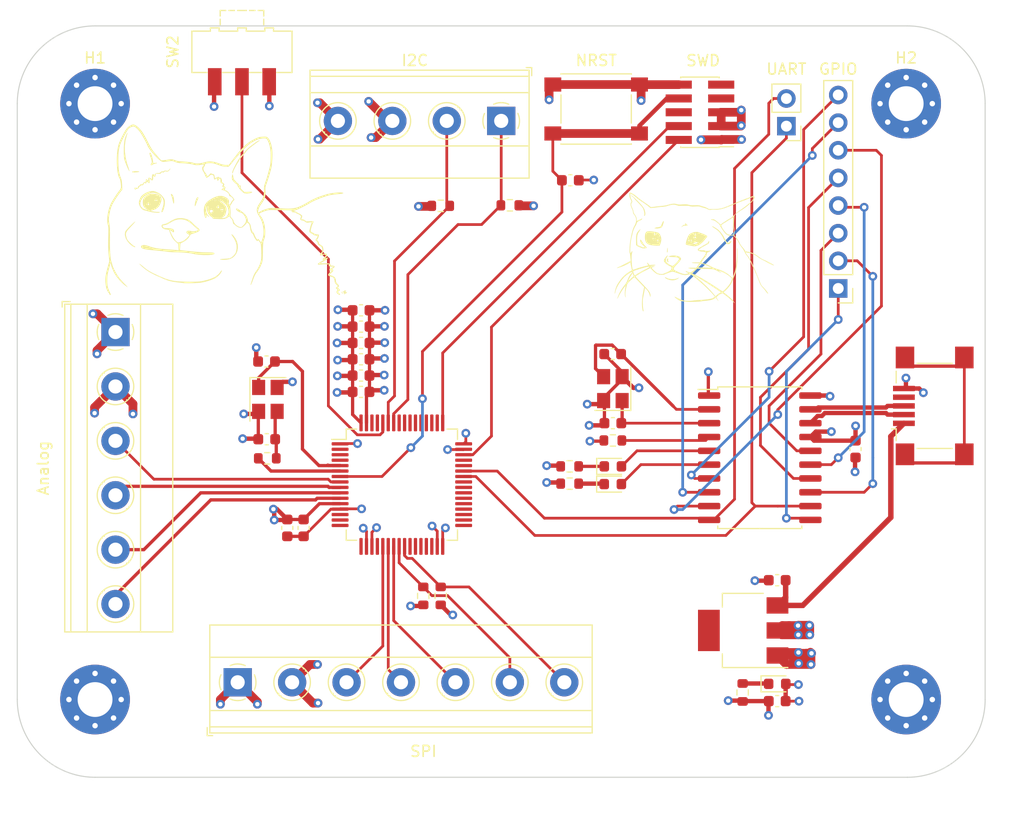
<source format=kicad_pcb>
(kicad_pcb (version 20221018) (generator pcbnew)
  (layers (0 "F.Cu" signal) (1 "In1.Cu" power) (2 "In2.Cu" power) (31 "B.Cu" signal) (34 "B.Paste" user) (35 "F.Paste" user) (36 "B.SilkS" user "B.Silkscreen") (37 "F.SilkS" user "F.Silkscreen") (38 "B.Mask" user) (39 "F.Mask" user) (44 "Edge.Cuts" user))
  (net 0 "")
  (net 1 "+3.3V")
  (net 2 "GND")
  (net 3 "NRST")
  (net 4 "HSE_IN")
  (net 5 "Net-(C11-Pad1)")
  (net 6 "Net-(U2-OSC2)")
  (net 7 "Net-(U2-OSC1)")
  (net 8 "+5V")
  (net 9 "Net-(D1-K)")
  (net 10 "Net-(D1-A)")
  (net 11 "Net-(D2-K)")
  (net 12 "Net-(D2-A)")
  (net 13 "USBD-")
  (net 14 "USBD+")
  (net 16 "unconnected-(J1-Shield-Pad6)")
  (net 17 "I2C1_SDA")
  (net 18 "I2C1_SCL")
  (net 19 "SWDIO")
  (net 20 "SWCLK")
  (net 24 "SPI1_CS2")
  (net 25 "SPI1_CS1")
  (net 26 "SPI1_MOSI")
  (net 27 "SPI1_MISO")
  (net 28 "SPI1_SCK")
  (net 29 "USART1_TX")
  (net 30 "USART1_RX")
  (net 31 "RTS")
  (net 32 "CTS")
  (net 33 "GP0")
  (net 34 "GP1")
  (net 35 "GP2")
  (net 36 "GP3")
  (net 37 "GP4")
  (net 38 "GP5")
  (net 39 "Lin_Pots4")
  (net 40 "Lin_Pots3")
  (net 41 "Lin_Pots2")
  (net 42 "Lin_Pots1")
  (net 43 "HSE_OUT")
  (net 44 "Net-(U2-RST)")
  (net 45 "Boot0")
  (net 80 "Net-(D3-K)")
  (footprint "Capacitor_SMD:C_0603_1608Metric" (layer "F.Cu") (at 165.05 109.68125 180)
    (fp_text reference "C15" hide)
    (fp_text value "10u" hide)
  )
  (footprint "Resistor_SMD:R_0603_1608Metric" (layer "F.Cu") (at 145.9875 100.80625)
    (fp_text reference "R3" hide)
    (fp_text value "2k2" hide)
  )
  (footprint "MountingHole:MountingHole_3.2mm_M3_Pad_Via" (layer "F.Cu") (at 102.39375 65.88125)
    (fp_text reference "H1")
    (fp_text value "MountingHole")
  )
  (footprint "Connector_PinHeader_2.54mm:PinHeader_1x02_P2.54mm_Vertical" (layer "F.Cu") (at 165.89375 67.95 180)
    (fp_text reference "UART")
    (fp_text value "UART" hide)
  )
  (footprint "MountingHole:MountingHole_3.2mm_M3_Pad_Via" (layer "F.Cu") (at 176.896694 120.65)
    (fp_text reference "H3" hide)
    (fp_text value "MountingHole" hide)
  )
  (footprint "Button_Switch_SMD:SW_SPST_PTS645" (layer "F.Cu") (at 148.42 66.375)
    (fp_text reference "NRST")
    (fp_text value "NRST" hide)
  )
  (footprint "Connector_PinHeader_2.54mm:PinHeader_1x08_P2.54mm_Vertical" (layer "F.Cu") (at 170.65625 82.8675 180)
    (fp_text reference "GPIO")
    (fp_text value "MCP2200 GPIO" hide)
  )
  (footprint "Package_QFP:LQFP-64_10x10mm_P0.5mm" (layer "F.Cu") (at 130.575 100.9)
    (fp_text reference "U1" hide)
    (fp_text value "STM32F030RCTx")
  )
  (footprint "Capacitor_SMD:C_0603_1608Metric" (layer "F.Cu") (at 149.9375 88.9 180)
    (fp_text reference "C14" hide)
    (fp_text value "6p" hide)
  )
  (footprint "Resistor_SMD:R_0603_1608Metric" (layer "F.Cu") (at 145.9875 99.21875)
    (fp_text reference "R7" hide)
    (fp_text value "2k2" hide)
  )
  (footprint "Capacitor_SMD:C_0603_1608Metric" (layer "F.Cu") (at 126.825 90.875)
    (fp_text reference "C2" hide)
    (fp_text value "100n" hide)
  )
  (footprint "TerminalBlock_Phoenix:TerminalBlock_Phoenix_MKDS-1,5-6_1x06_P5.00mm_Horizontal" (layer "F.Cu") (at 104.27 86.875 -90)
    (fp_text reference "Analog")
    (fp_text value "analog pins" hide)
  )
  (footprint "MountingHole:MountingHole_3.2mm_M3_Pad_Via" (layer "F.Cu") (at 102.39375 120.65)
    (fp_text reference "H4" hide)
    (fp_text value "MountingHole" hide)
  )
  (footprint "LOGO" (layer "F.Cu") (at 114.225 75.75)
    (fp_text reference "G***" hide)
    (fp_text value "LOGO" hide)
  )
  (footprint "LED_SMD:LED_0603_1608Metric" (layer "F.Cu") (at 149.95 100.85)
    (fp_text reference "D1" hide)
    (fp_text value "LED" hide)
  )
  (footprint "Capacitor_SMD:C_0603_1608Metric" (layer "F.Cu") (at 120.05 104.875 90)
    (fp_text reference "C8" hide)
    (fp_text value "1u" hide)
  )
  (footprint "MountingHole:MountingHole_3.2mm_M3_Pad_Via" (layer "F.Cu") (at 176.896694 65.88125)
    (fp_text reference "H2")
    (fp_text value "MountingHole")
  )
  (footprint "Connector_USB:USB_Mini-B_Lumberg_2486_01_Horizontal" (layer "F.Cu") (at 179.3875 93.6625 90)
    (fp_text reference "J1" hide)
    (fp_text value "USB_OTG")
  )
  (footprint "Resistor_SMD:R_0603_1608Metric" (layer "F.Cu") (at 132.540625 111.125 90)
    (fp_text reference "R2" hide)
    (fp_text value "10k" hide)
  )
  (footprint "Resistor_SMD:R_0603_1608Metric" (layer "F.Cu") (at 149.95625 96.8375 180)
    (fp_text reference "R8" hide)
    (fp_text value "4k7" hide)
  )
  (footprint "Capacitor_SMD:C_0603_1608Metric" (layer "F.Cu") (at 126.825 84.875)
    (fp_text reference "C1" hide)
    (fp_text value "4.7u" hide)
  )
  (footprint "Resistor_SMD:R_0603_1608Metric" (layer "F.Cu") (at 134.14375 111.125 90)
    (fp_text reference "R6" hide)
    (fp_text value "10k" hide)
  )
  (footprint "Package_TO_SOT_SMD:SOT-223" (layer "F.Cu") (at 161.925 114.3 180)
    (fp_text reference "U3" hide)
    (fp_text value "AZ1117-3.3" hide)
  )
  (footprint "Button_Switch_SMD:SW_SPDT_CK-JS102011SAQN" (layer "F.Cu") (at 115.8875 61.11875 180)
    (fp_text reference "SW2")
    (fp_text value "BOOT0" hide)
  )
  (footprint "Package_SO:SOIC-20W_7.5x12.8mm_P1.27mm" (layer "F.Cu") (at 163.45 98.425)
    (fp_text reference "U2" hide)
    (fp_text value "MCP2200T-I-SO")
  )
  (footprint "Connector_PinHeader_1.27mm:PinHeader_2x05_P1.27mm_Vertical_SMD" (layer "F.Cu") (at 157.95625 66.675 180)
    (fp_text reference "SWD")
    (fp_text value "SWD" hide)
  )
  (footprint "Crystal:Crystal_SMD_3225-4Pin_3.2x2.5mm" (layer "F.Cu") (at 149.95625 92.075 90)
    (fp_text reference "Y2" hide)
    (fp_text value "12MHz" hide)
  )
  (footprint "TerminalBlock_Phoenix:TerminalBlock_Phoenix_MKDS-1,5-7_1x07_P5.00mm_Horizontal" (layer "F.Cu") (at 115.49375 119.0625)
    (fp_text reference "SPI")
    (fp_text value "SPI" hide)
  )
  (footprint "LED_SMD:LED_0603_1608Metric" (layer "F.Cu") (at 149.95625 99.21875)
    (fp_text reference "D2" hide)
    (fp_text value "LED" hide)
  )
  (footprint "TerminalBlock_Phoenix:TerminalBlock_Phoenix_MKDS-1,5-4_1x04_P5.00mm_Horizontal" (layer "F.Cu") (at 139.7 67.46875 180)
    (fp_text reference "I2C")
    (fp_text value "I2C " hide)
  )
  (footprint "Resistor_SMD:R_0603_1608Metric" (layer "F.Cu") (at 161.875 120 90)
    (fp_text reference "R9" hide)
    (fp_text value "2k2" hide)
  )
  (footprint "LED_SMD:LED_0603_1608Metric" (layer "F.Cu") (at 165.05 119.20625)
    (fp_text reference "D3" hide)
    (fp_text value "LED" hide)
  )
  (footprint "Capacitor_SMD:C_0603_1608Metric" (layer "F.Cu") (at 121.55 104.875 90)
    (fp_text reference "C7" hide)
    (fp_text value "10n" hide)
  )
  (footprint "LOGO" (layer "F.Cu") (at 157.425 79.75)
    (fp_text reference "G***" hide)
    (fp_text value "LOGO" hide)
  )
  (footprint "Resistor_SMD:R_0603_1608Metric" (layer "F.Cu") (at 134.14375 75.275)
    (fp_text reference "R5" hide)
    (fp_text value "2k2" hide)
  )
  (footprint "Capacitor_SMD:C_0603_1608Metric" (layer "F.Cu") (at 146.05 72.925)
    (fp_text reference "C9" hide)
    (fp_text value ".1u" hide)
  )
  (footprint "Capacitor_SMD:C_0603_1608Metric" (layer "F.Cu") (at 118.14375 89.58125 180)
    (fp_text reference "C10" hide)
    (fp_text value "9p" hide)
  )
  (footprint "Capacitor_SMD:C_0603_1608Metric" (layer "F.Cu") (at 126.825 92.375)
    (fp_text reference "C3" hide)
    (fp_text value "100n" hide)
  )
  (footprint "Capacitor_SMD:C_0603_1608Metric" (layer "F.Cu") (at 126.825 86.375)
    (fp_text reference "C6" hide)
    (fp_text value "100n" hide)
  )
  (footprint "Capacitor_SMD:C_0603_1608Metric" (layer "F.Cu") (at 126.825 89.375)
    (fp_text reference "C4" hide)
    (fp_text value "100n" hide)
  )
  (footprint "Resistor_SMD:R_0603_1608Metric" (layer "F.Cu") (at 140.49375 75.225 180)
    (fp_text reference "R4" hide)
    (fp_text value "2k2" hide)
  )
  (footprint "Capacitor_SMD:C_0603_1608Metric" (layer "F.Cu") (at 172.24375 97.63125 -90)
    (fp_text reference "C12" hide)
    (fp_text value "100n" hide)
  )
  (footprint "Capacitor_SMD:C_0603_1608Metric" (layer "F.Cu") (at 149.95625 95.25 180)
    (fp_text reference "C13" hide)
    (fp_text value "6p" hide)
  )
  (footprint "Capacitor_SMD:C_0603_1608Metric" (layer "F.Cu") (at 118.1625 96.725 180)
    (fp_text reference "C11" hide)
    (fp_text value "9p" hide)
  )
  (footprint "Capacitor_SMD:C_0603_1608Metric" (layer "F.Cu") (at 165.05 120.79375 180)
    (fp_text reference "C16" hide)
    (fp_text value "22u" hide)
  )
  (footprint "Resistor_SMD:R_0603_1608Metric" (layer "F.Cu") (at 118.2125 98.48125)
    (fp_text reference "R1" hide)
    (fp_text value "47" hide)
  )
  (footprint "Crystal:Crystal_SMD_3225-4Pin_3.2x2.5mm" (layer "F.Cu") (at 118.26875 93.0625 -90)
    (fp_text reference "Y1" hide)
    (fp_text value "16MHz" hide)
  )
  (footprint "Capacitor_SMD:C_0603_1608Metric" (layer "F.Cu") (at 126.825 87.875)
    (fp_text reference "C5" hide)
    (fp_text value "100n" hide)
  )
  (gr_arc (start 177.00625 58.7375) (mid 182.057644 60.829856) (end 184.15 65.88125) (stroke (width 0.1)) (layer "Edge.Cuts"))
  (gr_arc (start 102.39375 127.79375) (mid 97.342356 125.701394) (end 95.25 120.65) (stroke (width 0.1)) (layer "Edge.Cuts"))
  (gr_line (start 95.25 120.65) (end 95.25 65.88125) (stroke (width 0.1)) (layer "Edge.Cuts"))
  (gr_line (start 102.39375 58.7375) (end 177.00625 58.7375) (stroke (width 0.1)) (layer "Edge.Cuts"))
  (gr_line (start 177.00625 127.79375) (end 102.39375 127.79375) (stroke (width 0.1)) (layer "Edge.Cuts"))
  (gr_line (start 184.15 65.88125) (end 184.15 120.65) (stroke (width 0.1)) (layer "Edge.Cuts"))
  (gr_arc (start 184.15 120.65) (mid 182.057644 125.701394) (end 177.00625 127.79375) (stroke (width 0.1)) (layer "Edge.Cuts"))
  (gr_arc (start 95.25 65.88125) (mid 97.342356 60.829856) (end 102.39375 58.7375) (stroke (width 0.1)) (layer "Edge.Cuts"))
  (segment (start 166.9875 114.7) (end 165.475 114.7) (width 0.8) (layer "F.Cu") (net 1))
  (segment (start 166.9875 114.7) (end 168.0375 114.7) (width 0.8) (layer "F.Cu") (net 1))
  (segment (start 126 84.825) (end 126.05 84.875) (width 0.4) (layer "F.Cu") (net 1))
  (segment (start 166.9875 113.875) (end 166.9625 113.85) (width 0.8) (layer "F.Cu") (net 1))
  (segment (start 124.65 90.9) (end 126.025 90.9) (width 0.4) (layer "F.Cu") (net 1))
  (segment (start 102.35 94.325) (end 102.35 93.795) (width 0.8) (layer "F.Cu") (net 1))
  (segment (start 118.4 66.1) (end 118.3875 66.0875) (width 0.25) (layer "F.Cu") (net 1))
  (segment (start 122.825 117.425) (end 122.13125 117.425) (width 0.8) (layer "F.Cu") (net 1))
  (segment (start 166.9875 114.6875) (end 166.15 113.85) (width 0.8) (layer "F.Cu") (net 1))
  (segment (start 172.24375 95.50625) (end 172.24375 96.85625) (width 0.4) (layer "F.Cu") (net 1))
  (segment (start 165.825 120.79375) (end 165.825 119.21875) (width 0.4) (layer "F.Cu") (net 1))
  (segment (start 166.9625 113.85) (end 166.15 113.85) (width 0.8) (layer "F.Cu") (net 1))
  (segment (start 161.775 69.175) (end 159.94625 69.175) (width 0.8) (layer "F.Cu") (net 1))
  (segment (start 135.06875 112.875) (end 134.14375 111.95) (width 0.4) (layer "F.Cu") (net 1))
  (segment (start 136.45 96.95) (end 136.25 97.15) (width 0.25) (layer "F.Cu") (net 1))
  (segment (start 132.440625 112.05) (end 132.540625 111.95) (width 0.4) (layer "F.Cu") (net 1))
  (segment (start 165.825 119.21875) (end 165.8375 119.20625) (width 0.4) (layer "F.Cu") (net 1))
  (segment (start 168.0375 114.7) (end 167.8125 114.7) (width 0.8) (layer "F.Cu") (net 1))
  (segment (start 124.925 103.125) (end 124.9 103.15) (width 0.25) (layer "F.Cu") (net 1))
  (segment (start 126.025 86.35) (end 126.05 86.375) (width 0.4) (layer "F.Cu") (net 1))
  (segment (start 129.7 67.46875) (end 129.31875 67.46875) (width 0.8) (layer "F.Cu") (net 1))
  (segment (start 172.25 95.5) (end 172.24375 95.50625) (width 0.4) (layer "F.Cu") (net 1))
  (segment (start 124.625 92.425) (end 126 92.425) (width 0.4) (layer "F.Cu") (net 1))
  (segment (start 134.575 104.875) (end 134.325 105.125) (width 0.25) (layer "F.Cu") (net 1))
  (segment (start 126 92.425) (end 126.05 92.375) (width 0.4) (layer "F.Cu") (net 1))
  (segment (start 131.375 112.05) (end 132.440625 112.05) (width 0.4) (layer "F.Cu") (net 1))
  (segment (start 118.4 63.88125) (end 118.3875 63.86875) (width 0.4) (layer "F.Cu") (net 1))
  (segment (start 124.059315 103.15) (end 124.9 103.15) (width 0.25) (layer "F.Cu") (net 1))
  (segment (start 168.0375 113.85) (end 168.0125 113.825) (width 0.8) (layer "F.Cu") (net 1))
  (segment (start 132.1 75.325) (end 133.26875 75.325) (width 0.8) (layer "F.Cu") (net 1))
  (segment (start 128.16875 69) (end 129.7 67.46875) (width 0.8) (layer "F.Cu") (net 1))
  (segment (start 168.43625 96.85625) (end 168.1 96.52) (width 0.4) (layer "F.Cu") (net 1))
  (segment (start 133.26875 75.325) (end 133.31875 75.275) (width 0.8) (layer "F.Cu") (net 1))
  (segment (start 165.475 114.7) (end 165.075 114.3) (width 0.8) (layer "F.Cu") (net 1))
  (segment (start 167 119.275) (end 165.90625 119.275) (width 0.25) (layer "F.Cu") (net 1))
  (segment (start 102.35 93.795) (end 104.27 91.875) (width 0.8) (layer "F.Cu") (net 1))
  (segment (start 166.15 113.85) (end 165.525 113.85) (width 0.8) (layer "F.Cu") (net 1))
  (segment (start 165.90625 119.275) (end 165.8375 119.20625) (width 0.25) (layer "F.Cu") (net 1))
  (segment (start 118.4 66.1) (end 118.4 63.88125) (width 0.4) (layer "F.Cu") (net 1))
  (segment (start 135.25 112.875) (end 135.06875 112.875) (width 0.4) (layer "F.Cu") (net 1))
  (segment (start 126.825 95.225) (end 126.05 94.45) (width 0.3) (layer "F.Cu") (net 1))
  (segment (start 126.5 97.125) (end 124.925 97.125) (width 0.25) (layer "F.Cu") (net 1))
  (segment (start 126.025 90.9) (end 126.05 90.875) (width 0.4) (layer "F.Cu") (net 1))
  (segment (start 168.595 96.025) (end 168.1 96.52) (width 0.4) (layer "F.Cu") (net 1))
  (segment (start 105.875 93.48) (end 104.27 91.875) (width 0.8) (layer "F.Cu") (net 1))
  (segment (start 166.9875 113.825) (end 166.9625 113.85) (width 0.8) (layer "F.Cu") (net 1))
  (segment (start 126.875 103.125) (end 124.925 103.125) (width 0.25) (layer "F.Cu") (net 1))
  (segment (start 122.13125 117.425) (end 120.49375 119.0625) (width 0.8) (layer "F.Cu") (net 1))
  (segment (start 165.525 113.85) (end 165.075 114.3) (width 0.8) (layer "F.Cu") (net 1))
  (segment (start 147.85 96.9) (end 149.06875 96.9) (width 0.3) (layer "F.Cu") (net 1))
  (segment (start 149.06875 96.9) (end 149.13125 96.8375) (width 0.3) (layer "F.Cu") (net 1))
  (segment (start 125.975 89.45) (end 126.05 89.375) (width 0.4) (layer "F.Cu") (net 1))
  (segment (start 168.0125 113.825) (end 166.9875 113.825) (width 0.8) (layer "F.Cu") (net 1))
  (segment (start 124.7 84.825) (end 126 84.825) (width 0.4) (layer "F.Cu") (net 1))
  (segment (start 120.05 105.65) (end 121.55 105.65) (width 0.3) (layer "F.Cu") (net 1))
  (segment (start 105.875 94.4) (end 105.875 93.48) (width 0.8) (layer "F.Cu") (net 1))
  (segment (start 167.05 120.8) (end 165.83125 120.8) (width 0.25) (layer "F.Cu") (net 1))
  (segment (start 170.025 96.025) (end 168.595 96.025) (width 0.4) (layer "F.Cu") (net 1))
  (segment (start 142.675 75.275) (end 141.36875 75.275) (width 0.8) (layer "F.Cu") (net 1))
  (segment (start 124.675 89.45) (end 125.975 89.45) (width 0.4) (layer "F.Cu") (net 1))
  (segment (start 124.675 86.35) (end 126.025 86.35) (width 0.4) (layer "F.Cu") (net 1))
  (segment (start 159.94625 69.175) (end 159.90625 69.215) (width 0.8) (layer "F.Cu") (net 1))
  (segment (start 127.75 69) (end 128.16875 69) (width 0.8) (layer "F.Cu") (net 1))
  (segment (start 165.83125 120.8) (end 165.825 120.79375) (width 0.25) (layer "F.Cu") (net 1))
  (segment (start 124.925 97.125) (end 124.9 97.15) (width 0.25) (layer "F.Cu") (net 1))
  (segment (start 172.24375 96.85625) (end 168.43625 96.85625) (width 0.4) (layer "F.Cu") (net 1))
  (segment (start 134.325 105.125) (end 134.325 106.575) (width 0.25) (layer "F.Cu") (net 1))
  (segment (start 141.36875 75.275) (end 141.31875 75.225) (width 0.8) (layer "F.Cu") (net 1))
  (segment (start 129.31875 67.46875) (end 127.525 65.675) (width 0.8) (layer "F.Cu") (net 1))
  (segment (start 167.8125 114.7) (end 166.9625 113.85) (width 0.8) (layer "F.Cu") (net 1))
  (segment (start 159.89125 69.2) (end 159.90625 69.215) (width 0.8) (layer "F.Cu") (net 1))
  (segment (start 122.40625 120.975) (end 120.49375 119.0625) (width 0.8) (layer "F.Cu") (net 1))
  (segment (start 158.05 69.2) (end 159.89125 69.2) (width 0.8) (layer "F.Cu") (net 1))
  (segment (start 126.05 92.375) (end 126.05 84.875) (width 0.3) (layer "F.Cu") (net 1))
  (segment (start 127.825 105.275) (end 127.825 106.575) (width 0.25) (layer "F.Cu") (net 1))
  (segment (start 126.05 94.45) (end 126.05 92.375) (width 0.3) (layer "F.Cu") (net 1))
  (segment (start 121.559315 105.65) (end 124.059315 103.15) (width 0.25) (layer "F.Cu") (net 1))
  (segment (start 166.9875 114.7) (end 166.9875 113.875) (width 0.8) (layer "F.Cu") (net 1))
  (segment (start 168.0375 114.7) (end 168.0375 113.85) (width 0.8) (layer "F.Cu") (net 1))
  (segment (start 121.55 105.65) (end 121.55 105.623959) (width 0.3) (layer "F.Cu") (net 1))
  (segment (start 136.45 96.175) (end 136.45 96.95) (width 0.25) (layer "F.Cu") (net 1))
  (segment (start 166.9875 114.7) (end 166.9875 114.6875) (width 0.8) (layer "F.Cu") (net 1))
  (segment (start 158.725 92.635) (end 158.8 92.71) (width 0.3) (layer "F.Cu") (net 1))
  (segment (start 121.55 105.65) (end 121.559315 105.65) (width 0.25) (layer "F.Cu") (net 1))
  (segment (start 124.625 87.875) (end 126.05 87.875) (width 0.4) (layer "F.Cu") (net 1))
  (segment (start 122.875 120.975) (end 122.40625 120.975) (width 0.8) (layer "F.Cu") (net 1))
  (segment (start 158.725 90.525) (end 158.725 92.635) (width 0.3) (layer "F.Cu") (net 1))
  (segment (start 128.25 104.85) (end 127.825 105.275) (width 0.25) (layer "F.Cu") (net 1))
  (via (at 124.675 89.45) (size 0.8) (drill 0.4) (layers "F.Cu" "B.Cu") (net 1))
  (via (at 142.675 75.275) (size 0.8) (drill 0.4) (layers "F.Cu" "B.Cu") (net 1))
  (via (at 124.625 87.875) (size 0.8) (drill 0.4) (layers "F.Cu" "B.Cu") (net 1))
  (via (at 126.5 97.125) (size 0.8) (drill 0.4) (layers "F.Cu" "B.Cu") (net 1))
  (via (at 124.65 90.9) (size 0.8) (drill 0.4) (layers "F.Cu" "B.Cu") (net 1))
  (via (at 127.525 65.675) (size 0.8) (drill 0.4) (layers "F.Cu" "B.Cu") (net 1))
  (via (at 166.9875 114.7) (size 0.8) (drill 0.4) (layers "F.Cu" "B.Cu") (net 1))
  (via (at 131.375 112.05) (size 0.8) (drill 0.4) (layers "F.Cu" "B.Cu") (net 1))
  (via (at 158.05 69.2) (size 0.8) (drill 0.4) (layers "F.Cu" "B.Cu") (net 1))
  (via (at 170.025 96.025) (size 0.8) (drill 0.4) (layers "F.Cu" "B.Cu") (net 1))
  (via (at 161.775 69.175) (size 0.8) (drill 0.4) (layers "F.Cu" "B.Cu") (net 1))
  (via (at 158.725 90.525) (size 0.8) (drill 0.4) (layers "F.Cu" "B.Cu") (net 1))
  (via (at 124.7 84.825) (size 0.8) (drill 0.4) (layers "F.Cu" "B.Cu") (net 1))
  (via (at 135.25 112.875) (size 0.8) (drill 0.4) (layers "F.Cu" "B.Cu") (net 1))
  (via (at 167 119.275) (size 0.8) (drill 0.4) (layers "F.Cu" "B.Cu") (net 1))
  (via (at 126.875 103.125) (size 0.8) (drill 0.4) (layers "F.Cu" "B.Cu") (net 1))
  (via (at 172.25 95.5) (size 0.8) (drill 0.4) (layers "F.Cu" "B.Cu") (net 1))
  (via (at 124.625 92.425) (size 0.8) (drill 0.4) (layers "F.Cu" "B.Cu") (net 1))
  (via (at 105.875 94.4) (size 0.8) (drill 0.4) (layers "F.Cu" "B.Cu") (net 1))
  (via (at 166.9625 113.85) (size 0.8) (drill 0.4) (layers "F.Cu" "B.Cu") (net 1))
  (via (at 132.1 75.325) (size 0.8) (drill 0.4) (layers "F.Cu" "B.Cu") (net 1))
  (via (at 134.575 104.875) (size 0.8) (drill 0.4) (layers "F.Cu" "B.Cu") (net 1))
  (via (at 102.35 94.325) (size 0.8) (drill 0.4) (layers "F.Cu" "B.Cu") (net 1))
  (via (at 124.675 86.35) (size 0.8) (drill 0.4) (layers "F.Cu" "B.Cu") (net 1))
  (via (at 167.05 120.8) (size 0.8) (drill 0.4) (layers "F.Cu" "B.Cu") (net 1))
  (via (at 122.875 120.975) (size 0.8) (drill 0.4) (layers "F.Cu" "B.Cu") (net 1))
  (via (at 127.75 69) (size 0.8) (drill 0.4) (layers "F.Cu" "B.Cu") (net 1))
  (via (at 122.825 117.425) (size 0.8) (drill 0.4) (layers "F.Cu" "B.Cu") (net 1))
  (via (at 168.0375 114.7) (size 0.8) (drill 0.4) (layers "F.Cu" "B.Cu") (net 1))
  (via (at 136.45 96.175) (size 0.8) (drill 0.4) (layers "F.Cu" "B.Cu") (net 1))
  (via (at 168.0125 113.825) (size 0.8) (drill 0.4) (layers "F.Cu" "B.Cu") (net 1))
  (via (at 128.25 104.85) (size 0.8) (drill 0.4) (layers "F.Cu" "B.Cu") (net 1))
  (via (at 147.85 96.9) (size 0.8) (drill 0.4) (layers "F.Cu" "B.Cu") (net 1))
  (via (at 118.4 66.1) (size 0.8) (drill 0.4) (layers "F.Cu" "B.Cu") (net 1))
  (segment (start 152.55 65.6) (end 152.55 64.275) (width 0.8) (layer "F.Cu") (net 2))
  (segment (start 118.85 103.225) (end 118.775 103.15) (width 0.4) (layer "F.Cu") (net 2))
  (segment (start 168.15 117.425) (end 165.9 117.425) (width 0.8) (layer "F.Cu") (net 2))
  (segment (start 128.975 86.35) (end 127.625 86.35) (width 0.4) (layer "F.Cu") (net 2))
  (segment (start 168.1 92.71) (end 169.835 92.71) (width 0.4) (layer "F.Cu") (net 2))
  (segment (start 163 109.725) (end 164.23125 109.725) (width 0.4) (layer "F.Cu") (net 2))
  (segment (start 160.55 120.75) (end 161.8 120.75) (width 0.4) (layer "F.Cu") (net 2))
  (segment (start 164.23125 109.725) (end 164.275 109.68125) (width 0.4) (layer "F.Cu") (net 2))
  (segment (start 117.3 121.075) (end 117.3 120.86875) (width 0.8) (layer "F.Cu") (net 2))
  (segment (start 123.01875 69.15) (end 124.7 67.46875) (width 0.8) (layer "F.Cu") (net 2))
  (segment (start 117.3875 96.725) (end 117.3875 94.19375) (width 0.3) (layer "F.Cu") (net 2))
  (segment (start 133.825 105.175) (end 133.35 104.7) (width 0.25) (layer "F.Cu") (net 2))
  (segment (start 102.575 88.57) (end 104.27 86.875) (width 0.8) (layer "F.Cu") (net 2))
  (segment (start 168.05 117.325) (end 168.15 117.425) (width 0.8) (layer "F.Cu") (net 2))
  (segment (start 102.575 88.875) (end 102.575 88.57) (width 0.8) (layer "F.Cu") (net 2))
  (segment (start 167.025 117.325) (end 168.05 117.325) (width 0.8) (layer "F.Cu") (net 2))
  (segment (start 167.025 117.325) (end 167.025 117.1) (width 0.8) (layer "F.Cu") (net 2))
  (segment (start 102.2 85.2) (end 102.595 85.2) (width 0.8) (layer "F.Cu") (net 2))
  (segment (start 176.875 91.1) (end 176.875 91.875) (width 0.4) (layer "F.Cu") (net 2))
  (segment (start 127.6 84.875) (end 127.6 92.375) (width 0.3) (layer "F.Cu") (net 2))
  (segment (start 118.85 104.15) (end 120 104.15) (width 0.4) (layer "F.Cu") (net 2))
  (segment (start 117.2 88.3) (end 117.2 89.4125) (width 0.4) (layer "F.Cu") (net 2))
  (segment (start 123 102.65) (end 124.9 102.65) (width 0.3) (layer "F.Cu") (net 2))
  (segment (start 117.18125 94.4) (end 117.41875 94.1625) (width 0.4) (layer "F.Cu") (net 2))
  (segment (start 164.25 120.81875) (end 164.275 120.79375) (width 0.4) (layer "F.Cu") (net 2))
  (segment (start 120.05 104.1) (end 121.55 104.1) (width 0.3) (layer "F.Cu") (net 2))
  (segment (start 150.80625 90.975) (end 150.80625 91.225) (width 0.3) (layer "F.Cu") (net 2))
  (segment (start 160.35 120.75) (end 160.55 120.75) (width 0.4) (layer "F.Cu") (net 2))
  (segment (start 127.65 90.825) (end 127.6 90.875) (width 0.4) (layer "F.Cu") (net 2))
  (segment (start 150.80625 90.54375) (end 150.80625 90.975) (width 0.3) (layer "F.Cu") (net 2))
  (segment (start 117.41875 93.71875) (end 117.41875 94.11875) (width 0.3) (layer "F.Cu") (net 2))
  (segment (start 113.325 66.15) (end 113.325 63.93125) (width 0.4) (layer "F.Cu") (net 2))
  (segment (start 161.55 66.675) (end 161.75 66.475) (width 0.8) (layer "F.Cu") (net 2))
  (segment (start 161.75 67.9) (end 161.75 66.475) (width 0.8) (layer "F.Cu") (net 2))
  (segment (start 144.1 65.525) (end 144.1 64.465) (width 0.8) (layer "F.Cu") (net 2))
  (segment (start 148.2 72.9) (end 146.85 72.9) (width 0.25) (layer "F.Cu") (net 2))
  (segment (start 150.80625 91.225) (end 149.10625 92.925) (width 0.3) (layer "F.Cu") (net 2))
  (segment (start 143.875 100.7) (end 145.05625 100.7) (width 0.4) (layer "F.Cu") (net 2))
  (segment (start 145.05625 100.7) (end 145.1625 100.80625) (width 0.4) (layer "F.Cu") (net 2))
  (segment (start 167.05 116.325) (end 168.15 117.425) (width 0.8) (layer "F.Cu") (net 2))
  (segment (start 127.75 92.225) (end 127.6 92.375) (width 0.4) (layer "F.Cu") (net 2))
  (segment (start 161.8 120.75) (end 161.875 120.825) (width 0.4) (layer "F.Cu") (net 2))
  (segment (start 146.85 72.9) (end 146.825 72.925) (width 0.25) (layer "F.Cu") (net 2))
  (segment (start 151.83125 92) (end 150.80625 90.975) (width 0.4) (layer "F.Cu") (net 2))
  (segment (start 164.25 122.1) (end 164.25 120.81875) (width 0.4) (layer "F.Cu") (net 2))
  (segment (start 119.1 103.15) (end 120.05 104.1) (width 0.4) (layer "F.Cu") (net 2))
  (segment (start 120 104.15) (end 120.05 104.1) (width 0.4) (layer "F.Cu") (net 2))
  (segment (start 172.2 99.725) (end 172.2 98.45) (width 0.4) (layer "F.Cu") (net 2))
  (segment (start 165.35 116.325) (end 165.075 116.6) (width 0.8) (layer "F.Cu") (net 2))
  (segment (start 117.3875 94.19375) (end 117.41875 94.1625) (width 0.3) (layer "F.Cu") (net 2))
  (segment (start 119.11875 91.91875) (end 119.11875 92.01875) (width 0.3) (layer "F.Cu") (net 2))
  (segment (start 168.15 116.45) (end 168.2 116.4) (width 0.8) (layer "F.Cu") (net 2))
  (segment (start 149.18125 95.25) (end 149.18125 93.25) (width 0.3) (layer "F.Cu") (net 2))
  (segment (start 176.875 91.875) (end 176.6875 92.0625) (width 0.4) (layer "F.Cu") (net 2))
  (segment (start 167 116.325) (end 167.05 116.325) (width 0.8) (layer "F.Cu") (net 2))
  (segment (start 129.025 84.875) (end 127.6 84.875) (width 0.4) (layer "F.Cu") (net 2))
  (segment (start 118.91875 91.7625) (end 119.11875 91.9625) (width 0.3) (layer "F.Cu") (net 2))
  (segment (start 147.775 95.45) (end 148.98125 95.45) (width 0.4) (layer "F.Cu") (net 2))
  (segment (start 129 87.85) (end 127.625 87.85) (width 0.4) (layer "F.Cu") (net 2))
  (segment (start 134.775 97.675) (end 136.225 97.675) (width 0.25) (layer "F.Cu") (net 2))
  (segment (start 120.525 91.45) (end 119.63125 91.45) (width 0.4) (layer "F.Cu") (net 2))
  (segment (start 156.00625 64.135) (end 152.41 64.135) (width 0.8) (layer "F.Cu") (net 2))
  (segment (start 119.63125 91.45) (end 119.11875 91.9625) (width 0.4) (layer "F.Cu") (net 2))
  (segment (start 159.90625 67.945) (end 159.90625 66.675) (width 0.8) (layer "F.Cu") (net 2))
  (segment (start 121.55 104.1) (end 123 102.65) (width 0.3) (layer "F.Cu") (net 2))
  (segment (start 149.18125 93.25) (end 149.10625 93.175) (width 0.3) (layer "F.Cu") (net 2))
  (segment (start 172.2 98.45) (end 172.24375 98.40625) (width 0.4) (layer "F.Cu") (net 2))
  (segment (start 159.95125 67.9) (end 159.90625 67.945) (width 0.4) (layer "F.Cu") (net 2))
  (segment (start 145.09375 99.15) (end 145.1625 99.21875) (width 0.4) (layer "F.Cu") (net 2))
  (segment (start 113.906248 120.650002) (end 115.49375 119.0625) (width 0.8) (layer "F.Cu") (net 2))
  (segment (start 159.0675 67.945) (end 159.90625 67.945) (width 0.25) (layer "F.Cu") (net 2))
  (segment (start 152.55 64.275) (end 152.4 64.125) (width 0.8) (layer "F.Cu") (net 2))
  (segment (start 123.03125 65.8) (end 124.7 67.46875) (width 0.8) (layer "F.Cu") (net 2))
  (segment (start 143.875 99.15) (end 145.09375 99.15) (width 0.4) (layer "F.Cu") (net 2))
  (segment (start 116.05 94.4) (end 117.18125 94.4) (width 0.4) (layer "F.Cu") (net 2))
  (segment (start 161.705 67.945) (end 161.75 67.9) (width 0.8) (layer "F.Cu") (net 2))
  (segment (start 128.95 92.225) (end 127.75 92.225) (width 0.4) (layer "F.Cu") (net 2))
  (segment (start 178.0875 92.0625) (end 178.475 92.45) (width 0.4) (layer "F.Cu") (net 2))
  (segment (start 149.10625 92.925) (end 149.10625 93.175) (width 0.3) (layer "F.Cu") (net 2))
  (segment (start 165.75 116.6) (end 165.075 116.6) (width 0.8) (layer "F.Cu") (net 2))
  (segment (start 144.44 64.125) (end 152.4 64.125) (width 0.8) (layer "F.Cu") (net 2))
  (segment (start 152.41 64.135) (end 152.4 64.125) (width 0.8) (layer "F.Cu") (net 2))
  (segment (start 122.825 65.8) (end 123.03125 65.8) (width 0.8) (layer "F.Cu") (net 2))
  (segment (start 127.625 87.85) (end 127.6 87.875) (width 0.4) (layer "F.Cu") (net 2))
  (segment (start 164.275 120.79375) (end 161.90625 120.79375) (width 0.4) (layer "F.Cu") (net 2))
  (segment (start 176.6875 92.0625) (end 178.0875 92.0625) (width 0.4) (layer "F.Cu") (net 2))
  (segment (start 118.775 103.15) (end 119.1 103.15) (width 0.4) (layer "F.Cu") (net 2))
  (segment (start 166.3 116.6) (end 167.025 117.325) (width 0.8) (layer "F.Cu") (net 2))
  (segment (start 128.95 90.825) (end 127.65 90.825) (width 0.4) (layer "F.Cu") (net 2))
  (segment (start 159.90625 67.945) (end 161.705 67.945) (width 0.8) (layer "F.Cu") (net 2))
  (segment (start 127.625 86.35) (end 127.6 86.375) (width 0.4) (layer "F.Cu") (net 2))
  (segment (start 122.875 69.15) (end 123.01875 69.15) (width 0.8) (layer "F.Cu") (net 2))
  (segment (start 167.025 117.325) (end 167.025 116.35) (width 0.8) (layer "F.Cu") (net 2))
  (segment (start 159.90625 66.675) (end 161.55 66.675) (width 0.8) (layer "F.Cu") (net 2))
  (segment (start 117.3375 96.675) (end 117.3875 96.725) (width 0.4) (layer "F.Cu") (net 2))
  (segment (start 117.2 89.4125) (end 117.36875 89.58125) (width 0.4) (layer "F.Cu") (net 2))
  (segment (start 127.675 89.3) (end 127.6 89.375) (width 0.4) (layer "F.Cu") (net 2))
  (segment (start 136.225 97.675) (end 136.25 97.65) (width 0.25) (layer "F.Cu") (net 2))
  (segment (start 167.725 116.4) (end 167.075 116.4) (width 0.8) (layer "F.Cu") (net 2))
  (segment (start 128.975 89.3) (end 127.675 89.3) (width 0.4) (layer "F.Cu") (net 2))
  (segment (start 118.85 104.15) (end 118.85 103.225) (width 0.4) (layer "F.Cu") (net 2))
  (segment (start 127.325 105.2) (end 127.325 106.575) (width 0.25) (layer "F.Cu") (net 2))
  (segment (start 113.906248 121.077833) (end 113.906248 120.650002) (width 0.8) (layer "F.Cu") (net 2))
  (segment (start 161.90625 120.79375) (end 161.875 120.825) (width 0.4) (layer "F.Cu") (net 2))
  (segment (start 167 116.325) (end 165.35 116.325) (width 0.8) (layer "F.Cu") (net 2))
  (segment (start 169.835 92.71) (end 169.9 92.775) (width 0.4) (layer "F.Cu") (net 2))
  (segment (start 168.15 117.425) (end 168.15 116.45) (width 0.8) (layer "F.Cu") (net 2))
  (segment (start 168.1 116.3) (end 168.2 116.4) (width 0.8) (layer "F.Cu") (net 2))
  (segment (start 115.95 96.675) (end 117.3375 96.675) (width 0.4) (layer "F.Cu") (net 2))
  (segment (start 144.1 64.465) (end 144.44 64.125) (width 0.8) (layer "F.Cu") (net 2))
  (segment (start 155.99625 64.125) (end 156.00625 64.135) (width 0.25) (layer "F.Cu") (net 2))
  (segment (start 165.075 116.6) (end 166.3 116.6) (width 0.8) (layer "F.Cu") (net 2))
  (segment (start 127.325 92.65) (end 127.325 95.225) (width 0.3) (layer "F.Cu") (net 2))
  (segment (start 167.025 117.1) (end 167.725 116.4) (width 0.8) (layer "F.Cu") (net 2))
  (segment (start 113.325 63.93125) (end 113.3875 63.86875) (width 0.4) (layer "F.Cu") (net 2))
  (segment (start 167.025 116.35) (end 167 116.325) (width 0.8) (layer "F.Cu") (net 2))
  (segment (start 133.825 106.575) (end 133.825 105.175) (width 0.25) (layer "F.Cu") (net 2))
  (segment (start 165.9 117.425) (end 165.075 116.6) (width 0.8) (layer "F.Cu") (net 2))
  (segment (start 149.1625 88.9) (end 150.80625 90.54375) (width 0.3) (layer "F.Cu") (net 2))
  (segment (start 127.025 104.9) (end 127.325 105.2) (width 0.25) (layer "F.Cu") (net 2))
  (segment (start 102.595 85.2) (end 104.27 86.875) (width 0.8) (layer "F.Cu") (net 2))
  (segment (start 168.2 116.4) (end 167.725 116.4) (width 0.8) (layer "F.Cu") (net 2))
  (segment (start 127.6 92.375) (end 127.325 92.65) (width 0.3) (layer "F.Cu") (net 2))
  (segment (start 147.6 93.5) (end 148.78125 93.5) (width 0.4) (layer "F.Cu") (net 2))
  (segment (start 117.3 120.86875) (end 115.49375 119.0625) (width 0.8) (layer "F.Cu") (net 2))
  (segment (start 152.35 92) (end 151.83125 92) (width 0.4) (layer "F.Cu") (net 2))
  (segment (start 148.78125 93.5) (end 149.10625 93.175) (width 0.4) (layer "F.Cu") (net 2))
  (segment (start 148.98125 95.45) (end 149.18125 95.25) (width 0.4) (layer "F.Cu") (net 2))
  (segment (start 167.075 116.4) (end 167 116.325) (width 0.8) (layer "F.Cu") (net 2))
  (segment (start 150.7125 90.88125) (end 150.80625 90.975) (width 0.3) (layer "F.Cu") (net 2))
  (via (at 134.775 97.675) (size 0.8) (drill 0.4) (layers "F.Cu" "B.Cu") (net 2))
  (via (at 129.025 84.875) (size 0.8) (drill 0.4) (layers "F.Cu" "B.Cu") (net 2))
  (via (at 167 116.325) (size 0.8) (drill 0.4) (layers "F.Cu" "B.Cu") (net 2))
  (via (at 128.95 90.825) (size 0.8) (drill 0.4) (layers "F.Cu" "B.Cu") (net 2))
  (via (at 133.35 104.7) (size 0.8) (drill 0.4) (layers "F.Cu" "B.Cu") (net 2))
  (via (at 122.825 65.8) (size 0.8) (drill 0.4) (layers "F.Cu" "B.Cu") (net 2))
  (via (at 143.875 99.15) (size 0.8) (drill 0.4) (layers "F.Cu" "B.Cu") (net 2))
  (via (at 117.3 121.075) (size 0.8) (drill 0.4) (layers "F.Cu" "B.Cu") (net 2))
  (via (at 147.775 95.45) (size 0.8) (drill 0.4) (layers "F.Cu" "B.Cu") (net 2))
  (via (at 176.875 91.1) (size 0.8) (drill 0.4) (layers "F.Cu" "B.Cu") (net 2))
  (via (at 168.15 117.425) (size 0.8) (drill 0.4) (layers "F.Cu" "B.Cu") (net 2))
  (via (at 172.2 99.725) (size 0.8) (drill 0.4) (layers "F.Cu" "B.Cu") (net 2))
  (via (at 168.2 116.4) (size 0.8) (drill 0.4) (layers "F.Cu" "B.Cu") (net 2))
  (via (at 113.906248 121.077833) (size 0.8) (drill 0.4) (layers "F.Cu" "B.Cu") (net 2))
  (via (at 164.25 122.1) (size 0.8) (drill 0.4) (layers "F.Cu" "B.Cu") (net 2))
  (via (at 167.025 117.325) (size 0.8) (drill 0.4) (layers "F.Cu" "B.Cu") (net 2))
  (via (at 120.525 91.45) (size 0.8) (drill 0.4) (layers "F.Cu" "B.Cu") (net 2))
  (via (at 122.875 69.15) (size 0.8) (drill 0.4) (layers "F.Cu" "B.Cu") (net 2))
  (via (at 143.875 100.7) (size 0.8) (drill 0.4) (layers "F.Cu" "B.Cu") (net 2))
  (via (at 128.975 89.3) (size 0.8) (drill 0.4) (layers "F.Cu" "B.Cu") (net 2))
  (via (at 113.325 66.15) (size 0.8) (drill 0.4) (layers "F.Cu" "B.Cu") (net 2))
  (via (at 144.1 65.525) (size 0.8) (drill 0.4) (layers "F.Cu" "B.Cu") (net 2))
  (via (at 102.2 85.2) (size 0.8) (drill 0.4) (layers "F.Cu" "B.Cu") (net 2))
  (via (at 160.55 120.75) (size 0.8) (drill 0.4) (layers "F.Cu" "B.Cu") (net 2))
  (via (at 115.95 96.675) (size 0.8) (drill 0.4) (layers "F.Cu" "B.Cu") (net 2))
  (via (at 148.2 72.9) (size 0.8) (drill 0.4) (layers "F.Cu" "B.Cu") (net 2))
  (via (at 163 109.725) (size 0.8) (drill 0.4) (layers "F.Cu" "B.Cu") (net 2))
  (via (at 147.6 93.5) (size 0.8) (drill 0.4) (layers "F.Cu" "B.Cu") (net 2))
  (via (at 128.975 86.35) (size 0.8) (drill 0.4) (layers "F.Cu" "B.Cu") (net 2))
  (via (at 102.575 88.875) (size 0.8) (drill 0.4) (layers "F.Cu" "B.Cu") (net 2))
  (via (at 117.2 88.3) (size 0.8) (drill 0.4) (layers "F.Cu" "B.Cu") (net 2))
  (via (at 169.9 92.775) (size 0.8) (drill 0.4) (layers "F.Cu" "B.Cu") (net 2))
  (via (at 118.85 104.15) (size 0.8) (drill 0.4) (layers "F.Cu" "B.Cu") (net 2))
  (via (at 118.775 103.15) (size 0.8) (drill 0.4) (layers "F.Cu" "B.Cu") (net 2))
  (via (at 128.95 92.225) (size 0.8) (drill 0.4) (layers "F.Cu" "B.Cu") (net 2))
  (via (at 161.75 67.9) (size 0.8) (drill 0.4) (layers "F.Cu" "B.Cu") (net 2))
  (via (at 129 87.85) (size 0.8) (drill 0.4) (layers "F.Cu" "B.Cu") (net 2))
  (via (at 116.05 94.4) (size 0.8) (drill 0.4) (layers "F.Cu" "B.Cu") (net 2))
  (via (at 161.75 66.475) (size 0.8) (drill 0.4) (layers "F.Cu" "B.Cu") (net 2))
  (via (at 152.35 92) (size 0.8) (drill 0.4) (layers "F.Cu" "B.Cu") (net 2))
  (via (at 178.475 92.45) (size 0.8) (drill 0.4) (layers "F.Cu" "B.Cu") (net 2))
  (via (at 152.55 65.6) (size 0.8) (drill 0.4) (layers "F.Cu" "B.Cu") (net 2))
  (via (at 127.025 104.9) (size 0.8) (drill 0.4) (layers "F.Cu" "B.Cu") (net 2))
  (segment (start 154.90625 65.405) (end 152.4 67.91125) (width 0.4) (layer "F.Cu") (net 3))
  (segment (start 128.75 100.15) (end 124.9 100.15) (width 0.25) (layer "F.Cu") (net 3))
  (segment (start 145.275 72.925) (end 144.44 72.09) (width 0.25) (layer "F.Cu") (net 3))
  (segment (start 156.00625 65.405) (end 154.90625 65.405) (width 0.4) (layer "F.Cu") (net 3))
  (segment (start 131.4 97.5) (end 128.75 100.15) (width 0.25) (layer "F.Cu") (net 3))
  (segment (start 132.465364 88.659636) (end 145.275 75.85) (width 0.25) (layer "F.Cu") (net 3))
  (segment (start 132.465364 93) (end 132.465364 88.659636) (width 0.25) (layer "F.Cu") (net 3))
  (segment (start 144.44 68.625) (end 152.4 68.625) (width 0.8) (layer "F.Cu") (net 3))
  (segment (start 152.4 67.91125) (end 152.4 68.625) (width 0.4) (layer "F.Cu") (net 3))
  (segment (start 145.275 75.85) (end 145.275 72.925) (width 0.25) (layer "F.Cu") (net 3))
  (segment (start 144.44 72.09) (end 144.44 68.625) (width 0.25) (layer "F.Cu") (net 3))
  (via (at 132.465364 93) (size 0.8) (drill 0.4) (layers "F.Cu" "B.Cu") (net 3))
  (via (at 131.4 97.5) (size 0.8) (drill 0.4) (layers "F.Cu" "B.Cu") (net 3))
  (segment (start 132.465364 96.434636) (end 131.4 97.5) (width 0.25) (layer "B.Cu") (net 3))
  (segment (start 132.465364 93) (end 132.465364 96.434636) (width 0.25) (layer "B.Cu") (net 3))
  (segment (start 123.775 99.1) (end 123.825 99.15) (width 0.3) (layer "F.Cu") (net 4))
  (segment (start 121.44375 90.4875) (end 121.44375 97.63125) (width 0.3) (layer "F.Cu") (net 4))
  (segment (start 124.9 99.15) (end 124.059314 99.15) (width 0.25) (layer "F.Cu") (net 4))
  (segment (start 117.36875 91.9125) (end 117.41875 91.9625) (width 0.3) (layer "F.Cu") (net 4))
  (segment (start 122.9625 99.15) (end 124.9 99.15) (width 0.3) (layer "F.Cu") (net 4))
  (segment (start 117.41875 91.08125) (end 117.41875 91.9625) (width 0.3) (layer "F.Cu") (net 4))
  (segment (start 118.91875 89.58125) (end 117.41875 91.08125) (width 0.3) (layer "F.Cu") (net 4))
  (segment (start 118.91875 89.58125) (end 120.5375 89.58125) (width 0.3) (layer "F.Cu") (net 4))
  (segment (start 121.44375 97.63125) (end 122.9625 99.15) (width 0.3) (layer "F.Cu") (net 4))
  (segment (start 123.825 99.15) (end 124.9 99.15) (width 0.3) (layer "F.Cu") (net 4))
  (segment (start 120.5375 89.58125) (end 121.44375 90.4875) (width 0.3) (layer "F.Cu") (net 4))
  (segment (start 119.0375 96.825) (end 118.9375 96.725) (width 0.3) (layer "F.Cu") (net 5))
  (segment (start 118.9375 96.725) (end 118.9375 94.34375) (width 0.3) (layer "F.Cu") (net 5))
  (segment (start 119.0375 98.48125) (end 119.0375 96.825) (width 0.3) (layer "F.Cu") (net 5))
  (segment (start 118.9375 94.34375) (end 119.11875 94.1625) (width 0.3) (layer "F.Cu") (net 5))
  (segment (start 150.73125 95.25) (end 150.7625 95.21875) (width 0.3) (layer "F.Cu") (net 6))
  (segment (start 150.73125 95.25) (end 158.8 95.25) (width 0.25) (layer "F.Cu") (net 6))
  (segment (start 150.80625 95.175) (end 150.73125 95.25) (width 0.3) (layer "F.Cu") (net 6))
  (segment (start 158.76875 95.21875) (end 158.8 95.25) (width 0.3) (layer "F.Cu") (net 6))
  (segment (start 150.80625 93.175) (end 150.80625 95.175) (width 0.3) (layer "F.Cu") (net 6))
  (segment (start 155.7925 93.98) (end 158.8 93.98) (width 0.25) (layer "F.Cu") (net 7))
  (segment (start 155.49375 93.68125) (end 155.7925 93.98) (width 0.25) (layer "F.Cu") (net 7))
  (segment (start 150.7125 88.9) (end 155.49375 93.68125) (width 0.3) (layer "F.Cu") (net 7))
  (segment (start 148.3625 90.23125) (end 149.10625 90.975) (width 0.3) (layer "F.Cu") (net 7))
  (segment (start 150.7125 88.9) (end 149.8875 88.075) (width 0.3) (layer "F.Cu") (net 7))
  (segment (start 149.1625 90.91875) (end 149.10625 90.975) (width 0.3) (layer "F.Cu") (net 7))
  (segment (start 148.3625 88.1125) (end 148.3625 90.23125) (width 0.3) (layer "F.Cu") (net 7))
  (segment (start 148.4 88.075) (end 148.3625 88.1125) (width 0.3) (layer "F.Cu") (net 7))
  (segment (start 149.8875 88.075) (end 148.4 88.075) (width 0.3) (layer "F.Cu") (net 7))
  (segment (start 165.075 112) (end 167.4 112) (width 0.5) (layer "F.Cu") (net 8))
  (segment (start 165.825 109.68125) (end 165.825 111.25) (width 0.5) (layer "F.Cu") (net 8))
  (segment (start 167.4 112) (end 175.4875 103.9125) (width 0.5) (layer "F.Cu") (net 8))
  (segment (start 175.4875 96.4625) (end 176.6875 95.2625) (width 0.5) (layer "F.Cu") (net 8))
  (segment (start 175.4875 103.9125) (end 175.4875 96.4625) (width 0.5) (layer "F.Cu") (net 8))
  (segment (start 165.825 111.25) (end 165.075 112) (width 0.5) (layer "F.Cu") (net 8))
  (segment (start 149.11875 100.80625) (end 149.1625 100.85) (width 0.4) (layer "F.Cu") (net 9))
  (segment (start 146.8125 100.80625) (end 149.11875 100.80625) (width 0.4) (layer "F.Cu") (net 9))
  (segment (start 150.7375 100.85) (end 152.5275 99.06) (width 0.25) (layer "F.Cu") (net 10))
  (segment (start 152.5275 99.06) (end 158.8 99.06) (width 0.25) (layer "F.Cu") (net 10))
  (segment (start 146.8125 99.21875) (end 149.16875 99.21875) (width 0.3) (layer "F.Cu") (net 11))
  (segment (start 152.1725 97.79) (end 158.8 97.79) (width 0.25) (layer "F.Cu") (net 12))
  (segment (start 150.74375 99.21875) (end 152.1725 97.79) (width 0.25) (layer "F.Cu") (net 12))
  (segment (start 176.6875 94.4625) (end 175.187499 94.4625) (width 0.4) (layer "F.Cu") (net 13))
  (segment (start 168.1 95.25) (end 168.10625 95.25625) (width 0.5) (layer "F.Cu") (net 13))
  (segment (start 168.768 94.582) (end 168.1 95.25) (width 0.4) (layer "F.Cu") (net 13))
  (segment (start 169.430725 94.3135) (end 169.162225 94.582) (width 0.4) (layer "F.Cu") (net 13))
  (segment (start 175.038499 94.3135) (end 169.430725 94.3135) (width 0.4) (layer "F.Cu") (net 13))
  (segment (start 169.162225 94.582) (end 168.768 94.582) (width 0.4) (layer "F.Cu") (net 13))
  (segment (start 175.187499 94.4625) (end 175.038499 94.3135) (width 0.4) (layer "F.Cu") (net 13))
  (segment (start 175.038499 93.8115) (end 168.828564 93.8115) (width 0.4) (layer "F.Cu") (net 14))
  (segment (start 168.660064 93.98) (end 168.1 93.98) (width 0.4) (layer "F.Cu") (net 14))
  (segment (start 175.187499 93.6625) (end 175.038499 93.8115) (width 0.4) (layer "F.Cu") (net 14))
  (segment (start 168.828564 93.8115) (end 168.660064 93.98) (width 0.4) (layer "F.Cu") (net 14))
  (segment (start 176.6875 93.6625) (end 175.187499 93.6625) (width 0.4) (layer "F.Cu") (net 14))
  (segment (start 182.2375 98.1125) (end 182.2375 89.2125) (width 0.25) (layer "F.Cu") (net 16))
  (segment (start 176.725 98.90625) (end 182.175 98.90625) (width 0.3) (layer "F.Cu") (net 16))
  (segment (start 176.725 90.00625) (end 182.175 90.00625) (width 0.3) (layer "F.Cu") (net 16))
  (segment (start 134.96875 75.275) (end 134.7 75.00625) (width 0.25) (layer "F.Cu") (net 17))
  (segment (start 129.9 80.34375) (end 129.9 92.75) (width 0.25) (layer "F.Cu") (net 17))
  (segment (start 134.7 75.00625) (end 134.7 67.46875) (width 0.25) (layer "F.Cu") (net 17))
  (segment (start 129.325 93.325) (end 129.325 95.225) (width 0.25) (layer "F.Cu") (net 17))
  (segment (start 134.96875 75.275) (end 129.9 80.34375) (width 0.25) (layer "F.Cu") (net 17))
  (segment (start 129.9 92.75) (end 129.325 93.325) (width 0.25) (layer "F.Cu") (net 17))
  (segment (start 137.9 76.99375) (end 135.73125 76.99375) (width 0.25) (layer "F.Cu") (net 18))
  (segment (start 131.125 93.084315) (end 129.825 94.384315) (width 0.25) (layer "F.Cu") (net 18))
  (segment (start 129.825 94.384315) (end 129.825 95.225) (width 0.25) (layer "F.Cu") (net 18))
  (segment (start 139.7 75.19375) (end 139.7 67.46875) (width 0.25) (layer "F.Cu") (net 18))
  (segment (start 135.73125 76.99375) (end 131.125 81.6) (width 0.25) (layer "F.Cu") (net 18))
  (segment (start 131.125 81.6) (end 131.125 93.084315) (width 0.25) (layer "F.Cu") (net 18))
  (segment (start 139.66875 75.225) (end 139.7 75.19375) (width 0.25) (layer "F.Cu") (net 18))
  (segment (start 139.66875 75.225) (end 137.9 76.99375) (width 0.25) (layer "F.Cu") (net 18))
  (segment (start 156.00625 69.215) (end 138.804375 86.416875) (width 0.25) (layer "F.Cu") (net 19))
  (segment (start 138.804375 96.43631) (end 138.804375 86.416875) (width 0.25) (layer "F.Cu") (net 19))
  (segment (start 137.090685 98.15) (end 138.804375 96.43631) (width 0.25) (layer "F.Cu") (net 19))
  (segment (start 136.25 98.15) (end 137.090685 98.15) (width 0.25) (layer "F.Cu") (net 19))
  (segment (start 156.00625 67.945) (end 155.17625 67.945) (width 0.25) (layer "F.Cu") (net 20))
  (segment (start 134.325 88.79625) (end 134.325 95.225) (width 0.25) (layer "F.Cu") (net 20))
  (segment (start 155.17625 67.945) (end 134.325 88.79625) (width 0.25) (layer "F.Cu") (net 20))
  (segment (start 134.14375 110.3) (end 136.73125 110.3) (width 0.25) (layer "F.Cu") (net 24))
  (segment (start 134.14375 110.3) (end 131.51875 107.675) (width 0.25) (layer "F.Cu") (net 24))
  (segment (start 136.73125 110.3) (end 145.49375 119.0625) (width 0.25) (layer "F.Cu") (net 24))
  (segment (start 131.51875 107.675) (end 131.084315 107.675) (width 0.25) (layer "F.Cu") (net 24))
  (segment (start 130.825 107.415685) (end 130.825 106.575) (width 0.25) (layer "F.Cu") (net 24))
  (segment (start 131.084315 107.675) (end 130.825 107.415685) (width 0.25) (layer "F.Cu") (net 24))
  (segment (start 134.775 111.1) (end 140.49375 116.81875) (width 0.25) (layer "F.Cu") (net 25))
  (segment (start 133.340625 111.1) (end 134.775 111.1) (width 0.25) (layer "F.Cu") (net 25))
  (segment (start 132.540625 110.3) (end 130.325 108.084375) (width 0.25) (layer "F.Cu") (net 25))
  (segment (start 132.540625 110.3) (end 133.340625 111.1) (width 0.25) (layer "F.Cu") (net 25))
  (segment (start 130.325 108.084375) (end 130.325 106.575) (width 0.25) (layer "F.Cu") (net 25))
  (segment (start 140.49375 116.81875) (end 140.49375 119.0625) (width 0.25) (layer "F.Cu") (net 25))
  (segment (start 129.825 113.39375) (end 129.825 106.575) (width 0.25) (layer "F.Cu") (net 26))
  (segment (start 135.49375 119.0625) (end 129.825 113.39375) (width 0.25) (layer "F.Cu") (net 26))
  (segment (start 129.325 117.89375) (end 129.325 106.575) (width 0.25) (layer "F.Cu") (net 27))
  (segment (start 130.49375 119.0625) (end 129.325 117.89375) (width 0.25) (layer "F.Cu") (net 27))
  (segment (start 128.825 115.73125) (end 128.825 106.575) (width 0.25) (layer "F.Cu") (net 28))
  (segment (start 125.49375 119.0625) (end 128.825 115.73125) (width 0.25) (layer "F.Cu") (net 28))
  (segment (start 163.03625 102.87) (end 160.3375 105.56875) (width 0.25) (layer "F.Cu") (net 29))
  (segment (start 162.71875 102.5525) (end 163.03625 102.87) (width 0.25) (layer "F.Cu") (net 29))
  (segment (start 165.89375 69.05625) (end 162.71875 72.23125) (width 0.25) (layer "F.Cu") (net 29))
  (segment (start 165.89375 67.95) (end 165.89375 69.05625) (width 0.25) (layer "F.Cu") (net 29))
  (segment (start 137.36875 100.15) (end 136.25 100.15) (width 0.25) (layer "F.Cu") (net 29))
  (segment (start 165.1 102.87) (end 163.03625 102.87) (width 0.25) (layer "F.Cu") (net 29))
  (segment (start 142.7875 105.56875) (end 137.36875 100.15) (width 0.25) (layer "F.Cu") (net 29))
  (segment (start 162.71875 72.23125) (end 162.71875 102.5525) (width 0.25) (layer "F.Cu") (net 29))
  (segment (start 168.1 102.87) (end 165.1 102.87) (width 0.25) (layer "F.Cu") (net 29))
  (segment (start 160.3375 105.56875) (end 142.7875 105.56875) (width 0.25) (layer "F.Cu") (net 29))
  (segment (start 158.64125 103.98125) (end 143.66875 103.98125) (width 0.25) (layer "F.Cu") (net 30))
  (segment (start 164.715 65.41) (end 164.275 65.85) (width 0.25) (layer "F.Cu") (net 30))
  (segment (start 159.262107 104.14) (end 158.8 104.14) (width 0.3) (layer "F.Cu") (net 30))
  (segment (start 164.275 65.85) (end 164.275 68.7) (width 0.25) (layer "F.Cu") (net 30))
  (segment (start 164.275 68.7) (end 161.13125 71.84375) (width 0.25) (layer "F.Cu") (net 30))
  (segment (start 165.89375 65.41) (end 164.715 65.41) (width 0.25) (layer "F.Cu") (net 30))
  (segment (start 143.66875 103.98125) (end 139.3375 99.65) (width 0.25) (layer "F.Cu") (net 30))
  (segment (start 139.3375 99.65) (end 136.25 99.65) (width 0.25) (layer "F.Cu") (net 30))
  (segment (start 161.13125 71.84375) (end 161.13125 102.235501) (width 0.25) (layer "F.Cu") (net 30))
  (segment (start 161.13125 102.235501) (end 159.226751 104.14) (width 0.25) (layer "F.Cu") (net 30))
  (segment (start 159.226751 104.14) (end 158.8 104.14) (width 0.25) (layer "F.Cu") (net 30))
  (segment (start 158.8 104.14) (end 158.64125 103.98125) (width 0.25) (layer "F.Cu") (net 30))
  (segment (start 167.94125 103.98125) (end 168.1 104.14) (width 0.25) (layer "F.Cu") (net 31))
  (segment (start 165.89375 103.98125) (end 167.94125 103.98125) (width 0.25) (layer "F.Cu") (net 31))
  (segment (start 168.91 104.14) (end 168.1 104.14) (width 0.25) (layer "F.Cu") (net 31))
  (segment (start 170.65625 82.8675) (end 170.65625 85.725) (width 0.25) (layer "F.Cu") (net 31))
  (via (at 165.89375 103.98125) (size 0.8) (drill 0.4) (layers "F.Cu" "B.Cu") (net 31))
  (via (at 170.65625 85.725) (size 0.8) (drill 0.4) (layers "F.Cu" "B.Cu") (net 31))
  (segment (start 165.89375 90.4875) (end 165.89375 103.98125) (width 0.25) (layer "B.Cu") (net 31))
  (segment (start 170.65625 85.725) (end 165.89375 90.4875) (width 0.25) (layer "B.Cu") (net 31))
  (segment (start 170.65625 80.3275) (end 172.4025 80.3275) (width 0.25) (layer "F.Cu") (net 32))
  (segment (start 172.4025 80.3275) (end 173.83125 81.75625) (width 0.25) (layer "F.Cu") (net 32))
  (segment (start 173.83125 100.80625) (end 173.0375 101.6) (width 0.25) (layer "F.Cu") (net 32))
  (segment (start 173.0375 101.6) (end 168.1 101.6) (width 0.25) (layer "F.Cu") (net 32))
  (via (at 173.83125 100.80625) (size 0.8) (drill 0.4) (layers "F.Cu" "B.Cu") (net 32))
  (via (at 173.83125 81.75625) (size 0.8) (drill 0.4) (layers "F.Cu" "B.Cu") (net 32))
  (segment (start 173.83125 81.75625) (end 173.83125 98.425) (width 0.25) (layer "B.Cu") (net 32))
  (segment (start 173.83125 98.425) (end 173.83125 100.80625) (width 0.25) (layer "B.Cu") (net 32))
  (segment (start 164.30625 95.25) (end 164.30625 93.6625) (width 0.25) (layer "F.Cu") (net 33))
  (segment (start 166.84625 97.79) (end 164.30625 95.25) (width 0.25) (layer "F.Cu") (net 33))
  (segment (start 169.06875 88.9) (end 169.06875 79.375) (width 0.25) (layer "F.Cu") (net 33))
  (segment (start 168.1 97.79) (end 166.84625 97.79) (width 0.25) (layer "F.Cu") (net 33))
  (segment (start 164.30625 93.6625) (end 169.06875 88.9) (width 0.25) (layer "F.Cu") (net 33))
  (segment (start 169.06875 79.375) (end 170.65625 77.7875) (width 0.25) (layer "F.Cu") (net 33))
  (segment (start 173.0375 75.40625) (end 170.815 75.40625) (width 0.25) (layer "F.Cu") (net 34))
  (segment (start 168.1 99.06) (end 170.02125 99.06) (width 0.25) (layer "F.Cu") (net 34))
  (segment (start 170.02125 99.06) (end 170.65625 98.425) (width 0.25) (layer "F.Cu") (net 34))
  (segment (start 170.815 75.40625) (end 170.65625 75.2475) (width 0.25) (layer "F.Cu") (net 34))
  (via (at 173.0375 75.40625) (size 0.8) (drill 0.4) (layers "F.Cu" "B.Cu") (net 34))
  (via (at 170.65625 98.425) (size 0.8) (drill 0.4) (layers "F.Cu" "B.Cu") (net 34))
  (segment (start 170.65625 98.425) (end 173.0375 96.04375) (width 0.25) (layer "B.Cu") (net 34))
  (segment (start 173.0375 96.04375) (end 173.0375 75.40625) (width 0.25) (layer "B.Cu") (net 34))
  (segment (start 166.545374 100.33) (end 168.1 100.33) (width 0.25) (layer "F.Cu") (net 35))
  (segment (start 167.93125 75.4325) (end 167.93125 88.45) (width 0.25) (layer "F.Cu") (net 35))
  (segment (start 167.93125 88.45) (end 163.5125 92.86875) (width 0.25) (layer "F.Cu") (net 35))
  (segment (start 170.65625 72.7075) (end 167.93125 75.4325) (width 0.25) (layer "F.Cu") (net 35))
  (segment (start 163.5125 92.86875) (end 163.5125 97.297126) (width 0.25) (layer "F.Cu") (net 35))
  (segment (start 163.5125 97.297126) (end 166.545374 100.33) (width 0.25) (layer "F.Cu") (net 35))
  (segment (start 158.8 102.87) (end 155.8925 102.87) (width 0.25) (layer "F.Cu") (net 36))
  (segment (start 165.1 94.45625) (end 165.1 94.013249) (width 0.25) (layer "F.Cu") (net 36))
  (segment (start 174.625 84.488249) (end 174.625 70.64375) (width 0.25) (layer "F.Cu") (net 36))
  (segment (start 155.8925 102.87) (end 155.575 103.1875) (width 0.25) (layer "F.Cu") (net 36))
  (segment (start 174.625 70.64375) (end 174.14875 70.1675) (width 0.25) (layer "F.Cu") (net 36))
  (segment (start 165.1 94.013249) (end 174.625 84.488249) (width 0.25) (layer "F.Cu") (net 36))
  (segment (start 174.14875 70.1675) (end 170.65625 70.1675) (width 0.25) (layer "F.Cu") (net 36))
  (via (at 155.575 103.1875) (size 0.8) (drill 0.4) (layers "F.Cu" "B.Cu") (net 36))
  (via (at 165.1 94.45625) (size 0.8) (drill 0.4) (layers "F.Cu" "B.Cu") (net 36))
  (segment (start 156.36875 103.1875) (end 165.1 94.45625) (width 0.25) (layer "B.Cu") (net 36))
  (segment (start 155.575 103.1875) (end 156.36875 103.1875) (width 0.25) (layer "B.Cu") (net 36))
  (segment (start 168.275 70.64375) (end 168.275 70.00875) (width 0.25) (layer "F.Cu") (net 37))
  (segment (start 168.275 70.00875) (end 170.65625 67.6275) (width 0.25) (layer "F.Cu") (net 37))
  (segment (start 156.36875 101.6) (end 158.8 101.6) (width 0.25) (layer "F.Cu") (net 37))
  (via (at 156.36875 101.6) (size 0.8) (drill 0.4) (layers "F.Cu" "B.Cu") (net 37))
  (via (at 168.275 70.64375) (size 0.8) (drill 0.4) (layers "F.Cu" "B.Cu") (net 37))
  (segment (start 156.36875 82.55) (end 168.275 70.64375) (width 0.25) (layer "B.Cu") (net 37))
  (segment (start 156.36875 101.6) (end 156.36875 82.55) (width 0.25) (layer "B.Cu") (net 37))
  (segment (start 156.600305 101.6) (end 156.36875 101.6) (width 0.25) (layer "B.Cu") (net 37))
  (segment (start 157.48 100.33) (end 157.1625 100.0125) (width 0.25) (layer "F.Cu") (net 38))
  (segment (start 167.48125 87.3125) (end 167.48125 68.2625) (width 0.25) (layer "F.Cu") (net 38))
  (segment (start 164.30625 90.4875) (end 167.48125 87.3125) (width 0.25) (layer "F.Cu") (net 38))
  (segment (start 158.8 100.33) (end 157.48 100.33) (width 0.25) (layer "F.Cu") (net 38))
  (segment (start 167.48125 68.2625) (end 170.65625 65.0875) (width 0.25) (layer "F.Cu") (net 38))
  (via (at 164.30625 90.4875) (size 0.8) (drill 0.4) (layers "F.Cu" "B.Cu") (net 38))
  (via (at 157.1625 100.0125) (size 0.8) (drill 0.4) (layers "F.Cu" "B.Cu") (net 38))
  (segment (start 157.1625 100.0125) (end 164.30625 92.86875) (width 0.25) (layer "B.Cu") (net 38))
  (segment (start 164.30625 92.86875) (end 164.30625 90.4875) (width 0.25) (layer "B.Cu") (net 38))
  (segment (start 122.642894 102.3) (end 122.792894 102.15) (width 0.3) (layer "F.Cu") (net 39))
  (segment (start 104.27 111.055) (end 113.025 102.3) (width 0.3) (layer "F.Cu") (net 39))
  (segment (start 113.025 102.3) (end 122.642894 102.3) (width 0.3) (layer "F.Cu") (net 39))
  (segment (start 104.27 111.875) (end 104.27 111.055) (width 0.3) (layer "F.Cu") (net 39))
  (segment (start 122.792894 102.15) (end 124.9 102.15) (width 0.3) (layer "F.Cu") (net 39))
  (segment (start 104.27 106.875) (end 106.875 106.875) (width 0.3) (layer "F.Cu") (net 40))
  (segment (start 112.1 101.65) (end 124.9 101.65) (width 0.3) (layer "F.Cu") (net 40))
  (segment (start 106.875 106.875) (end 112.1 101.65) (width 0.3) (layer "F.Cu") (net 40))
  (segment (start 123.787563 101.05) (end 123.887563 101.15) (width 0.3) (layer "F.Cu") (net 41))
  (segment (start 104.27 101.875) (end 105.095 101.05) (width 0.3) (layer "F.Cu") (net 41))
  (segment (start 105.095 101.05) (end 123.787563 101.05) (width 0.3) (layer "F.Cu") (net 41))
  (segment (start 123.887563 101.15) (end 124.9 101.15) (width 0.3) (layer "F.Cu") (net 41))
  (segment (start 104.27 96.875) (end 107.795 100.4) (width 0.25) (layer "F.Cu") (net 42))
  (segment (start 107.795 100.4) (end 123.809315 100.4) (width 0.25) (layer "F.Cu") (net 42))
  (segment (start 123.809315 100.4) (end 124.059315 100.65) (width 0.25) (layer "F.Cu") (net 42))
  (segment (start 124.059315 100.65) (end 124.9 100.65) (width 0.25) (layer "F.Cu") (net 42))
  (segment (start 118.55625 99.65) (end 124.9 99.65) (width 0.3) (layer "F.Cu") (net 43))
  (segment (start 117.3875 98.48125) (end 118.55625 99.65) (width 0.3) (layer "F.Cu") (net 43))
  (segment (start 150.78125 96.8375) (end 158.4825 96.8375) (width 0.25) (layer "F.Cu") (net 44))
  (segment (start 158.4825 96.8375) (end 158.8 96.52) (width 0.25) (layer "F.Cu") (net 44))
  (segment (start 128.825 95.225) (end 128.825 96.065685) (width 0.25) (layer "F.Cu") (net 45))
  (segment (start 126.4875 96.325) (end 123.825 93.6625) (width 0.25) (layer "F.Cu") (net 45))
  (segment (start 123.825 80.16875) (end 115.8875 72.23125) (width 0.25) (layer "F.Cu") (net 45))
  (segment (start 128.825 96.065685) (end 128.565685 96.325) (width 0.25) (layer "F.Cu") (net 45))
  (segment (start 115.8875 72.23125) (end 115.8875 63.86875) (width 0.25) (layer "F.Cu") (net 45))
  (segment (start 123.825 93.6625) (end 123.825 80.16875) (width 0.25) (layer "F.Cu") (net 45))
  (segment (start 128.565685 96.325) (end 126.4875 96.325) (width 0.25) (layer "F.Cu") (net 45))
  (segment (start 161.875 119.175) (end 164.23125 119.175) (width 0.4) (layer "F.Cu") (net 80))
  (segment (start 164.23125 119.175) (end 164.2625 119.20625) (width 0.4) (layer "F.Cu") (net 80))
)
</source>
